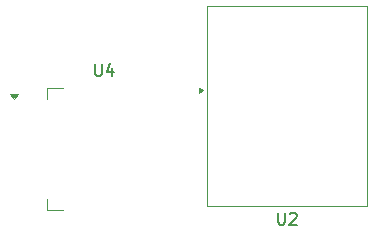
<source format=gbr>
%TF.GenerationSoftware,KiCad,Pcbnew,9.0.1*%
%TF.CreationDate,2025-04-20T22:13:02+08:00*%
%TF.ProjectId,PCB,5043422e-6b69-4636-9164-5f7063625858,rev?*%
%TF.SameCoordinates,Original*%
%TF.FileFunction,Legend,Top*%
%TF.FilePolarity,Positive*%
%FSLAX46Y46*%
G04 Gerber Fmt 4.6, Leading zero omitted, Abs format (unit mm)*
G04 Created by KiCad (PCBNEW 9.0.1) date 2025-04-20 22:13:02*
%MOMM*%
%LPD*%
G01*
G04 APERTURE LIST*
%ADD10C,0.150000*%
%ADD11C,0.120000*%
G04 APERTURE END LIST*
D10*
X138838095Y-116454819D02*
X138838095Y-117264342D01*
X138838095Y-117264342D02*
X138885714Y-117359580D01*
X138885714Y-117359580D02*
X138933333Y-117407200D01*
X138933333Y-117407200D02*
X139028571Y-117454819D01*
X139028571Y-117454819D02*
X139219047Y-117454819D01*
X139219047Y-117454819D02*
X139314285Y-117407200D01*
X139314285Y-117407200D02*
X139361904Y-117359580D01*
X139361904Y-117359580D02*
X139409523Y-117264342D01*
X139409523Y-117264342D02*
X139409523Y-116454819D01*
X139838095Y-116550057D02*
X139885714Y-116502438D01*
X139885714Y-116502438D02*
X139980952Y-116454819D01*
X139980952Y-116454819D02*
X140219047Y-116454819D01*
X140219047Y-116454819D02*
X140314285Y-116502438D01*
X140314285Y-116502438D02*
X140361904Y-116550057D01*
X140361904Y-116550057D02*
X140409523Y-116645295D01*
X140409523Y-116645295D02*
X140409523Y-116740533D01*
X140409523Y-116740533D02*
X140361904Y-116883390D01*
X140361904Y-116883390D02*
X139790476Y-117454819D01*
X139790476Y-117454819D02*
X140409523Y-117454819D01*
X123338095Y-103854819D02*
X123338095Y-104664342D01*
X123338095Y-104664342D02*
X123385714Y-104759580D01*
X123385714Y-104759580D02*
X123433333Y-104807200D01*
X123433333Y-104807200D02*
X123528571Y-104854819D01*
X123528571Y-104854819D02*
X123719047Y-104854819D01*
X123719047Y-104854819D02*
X123814285Y-104807200D01*
X123814285Y-104807200D02*
X123861904Y-104759580D01*
X123861904Y-104759580D02*
X123909523Y-104664342D01*
X123909523Y-104664342D02*
X123909523Y-103854819D01*
X124814285Y-104188152D02*
X124814285Y-104854819D01*
X124576190Y-103807200D02*
X124338095Y-104521485D01*
X124338095Y-104521485D02*
X124957142Y-104521485D01*
D11*
%TO.C,U2*%
X132500000Y-106100000D02*
X132164000Y-106340000D01*
X132164000Y-105860000D01*
X132500000Y-106100000D01*
G36*
X132500000Y-106100000D02*
G01*
X132164000Y-106340000D01*
X132164000Y-105860000D01*
X132500000Y-106100000D01*
G37*
X146350000Y-115850000D02*
X132850000Y-115850000D01*
X146350000Y-98950000D02*
X146350000Y-115850000D01*
X132850000Y-115850000D02*
X132850000Y-98950000D01*
X132850000Y-98950000D02*
X146350000Y-98950000D01*
%TO.C,U4*%
X119275000Y-105850000D02*
X119275000Y-106800000D01*
X119275000Y-116250000D02*
X119275000Y-115300000D01*
X120640000Y-105850000D02*
X119275000Y-105850000D01*
X120640000Y-116250000D02*
X119275000Y-116250000D01*
X116450000Y-106840000D02*
X116110000Y-106370000D01*
X116790000Y-106370000D01*
X116450000Y-106840000D01*
G36*
X116450000Y-106840000D02*
G01*
X116110000Y-106370000D01*
X116790000Y-106370000D01*
X116450000Y-106840000D01*
G37*
%TD*%
M02*

</source>
